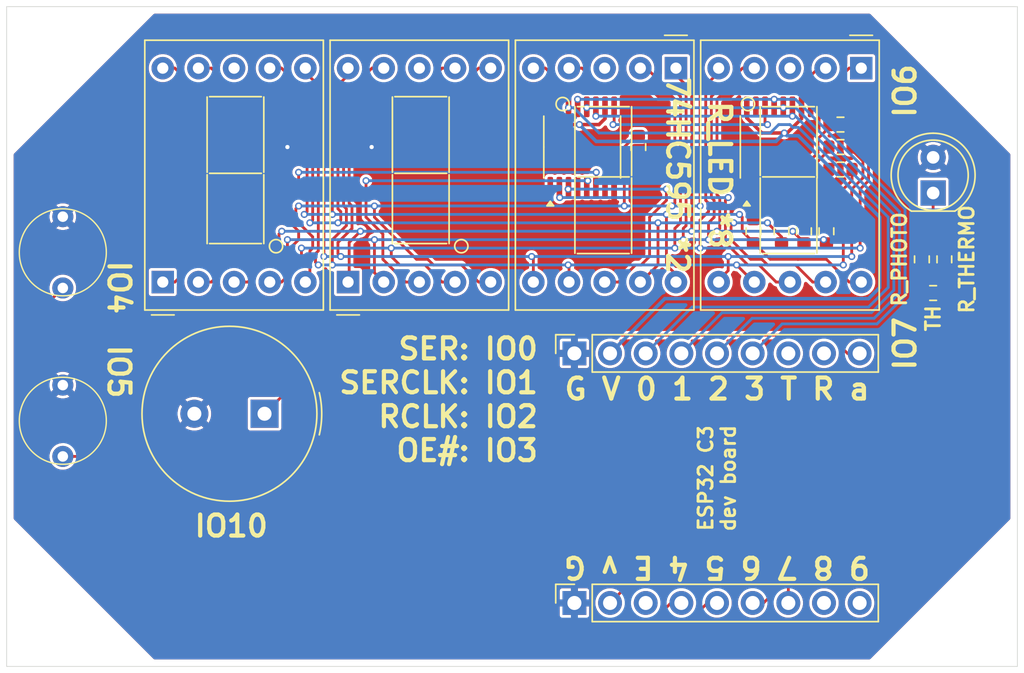
<source format=kicad_pcb>
(kicad_pcb (version 20241229) (generator "pcbnew") (generator_version "9.0")
  (layers (0 "F.Cu" signal) (2 "B.Cu" signal) (13 "F.Paste" user) (15 "B.Paste" user) (5 "F.SilkS" user "F.Silkscreen") (7 "B.SilkS" user "B.Silkscreen") (1 "F.Mask" user) (3 "B.Mask" user) (25 "Edge.Cuts" user))
  (net 0 "")
  (net 1 "IO10")
  (net 2 "GND")
  (net 3 "TXD")
  (net 4 "IO0")
  (net 5 "IO1")
  (net 6 "RXD")
  (net 7 "IO2")
  (net 8 "VBUS")
  (net 9 "IO3")
  (net 10 "+3.3V")
  (net 11 "BTN2")
  (net 12 "IO6")
  (net 13 "BTN1")
  (net 14 "IO7")
  (net 15 "SEG1")
  (net 16 "/_SEG1")
  (net 17 "SEG2")
  (net 18 "/_SEG2")
  (net 19 "SEG3")
  (net 20 "/_SEG3")
  (net 21 "/_SEG4")
  (net 22 "SEG4")
  (net 23 "SEG5")
  (net 24 "/_SEG5")
  (net 25 "/_SEG6")
  (net 26 "SEG6")
  (net 27 "/_SEG7")
  (net 28 "SEG7")
  (net 29 "SEG8")
  (net 30 "/_SEG8")
  (net 31 "SEGC1")
  (net 34 "chain")
  (net 37 "SEGC4")
  (net 39 "SEGC3")
  (net 40 "SEGC2")
  (footprint "Resistor_SMD:R_0603_1608Metric" (layer "F.Cu") (at 130 108.4)
    (property "Reference" "TH1" (hide yes))
    (property "Value" "Thermistor" (hide yes))
  )
  (footprint "Buzzer_Beeper:Buzzer_TDK_PS1240P02BT_D12.2mm_H6.5mm" (layer "F.Cu") (at 82.370785 117 180)
    (property "Reference" "BZ1" (hide yes))
    (property "Value" "Buzzer" (hide yes))
  )
  (footprint "Resistor_SMD:R_0603_1608Metric" (layer "F.Cu") (at 120.8 104 -90)
    (property "Reference" "R5" (hide yes))
    (property "Value" "1k" (hide yes))
  )
  (footprint "MountingHole:MountingHole_3.2mm_M3" (layer "F.Cu") (at 67 91)
    (property "Reference" "H1" (hide yes))
    (property "Value" "MountingHole" (hide yes))
  )
  (footprint "Display_7Segment:D1X8K" (layer "F.Cu") (at 111.68 92.38 -90)
    (property "Reference" "U5" (hide yes))
    (property "Value" "D168K" (hide yes))
  )
  (footprint "Package_SO:TSSOP-16_4.4x5mm_P0.65mm" (layer "F.Cu") (at 105 98 90)
    (property "Reference" "U3" (hide yes))
    (property "Value" "74HC595" (hide yes))
  )
  (footprint "Display_7Segment:D1X8K" (layer "F.Cu") (at 88.32 107.62 90)
    (property "Reference" "U4" (hide yes))
    (property "Value" "D168K" (hide yes))
  )
  (footprint "Display_7Segment:D1X8K" (layer "F.Cu") (at 75.12 107.62 90)
    (property "Reference" "U1" (hide yes))
    (property "Value" "D168K" (hide yes))
  )
  (footprint "MountingHole:MountingHole_3.2mm_M3" (layer "F.Cu") (at 133 132)
    (property "Reference" "H4" (hide yes))
    (property "Value" "MountingHole" (hide yes))
  )
  (footprint "Resistor_SMD:R_0603_1608Metric" (layer "F.Cu") (at 122.4 104 -90)
    (property "Reference" "R4" (hide yes))
    (property "Value" "1k" (hide yes))
  )
  (footprint "Connector_PinSocket_2.54mm:PinSocket_1x09_P2.54mm_Vertical" (layer "F.Cu") (at 104.445 112.7 90)
    (property "Reference" "J2" (hide yes))
    (property "Value" "IN2" (hide yes))
  )
  (footprint "Connector_PinSocket_2.54mm:PinSocket_1x09_P2.54mm_Vertical" (layer "F.Cu") (at 104.445 130.48 90)
    (property "Reference" "J1" (hide yes))
    (property "Value" "IN1" (hide yes))
  )
  (footprint "Resistor_SMD:R_0603_1608Metric" (layer "F.Cu") (at 130.8 106 -90)
    (property "Reference" "R10" (hide yes))
    (property "Value" "R_THERMO" (hide yes))
  )
  (footprint "Resistor_SMD:R_0603_1608Metric" (layer "F.Cu") (at 109 98 -90)
    (property "Reference" "R8" (hide yes))
    (property "Value" "1k" (hide yes))
  )
  (footprint "Resistor_SMD:R_0603_1608Metric" (layer "F.Cu") (at 117.2 104 -90)
    (property "Reference" "R7" (hide yes))
    (property "Value" "1k" (hide yes))
  )
  (footprint "Resistor_SMD:R_0603_1608Metric" (layer "F.Cu") (at 119.2 104 -90)
    (property "Reference" "R6" (hide yes))
    (property "Value" "1k" (hide yes))
  )
  (footprint "Library:alps-skrg" (layer "F.Cu") (at 68 105.5 90)
    (property "Reference" "SW1" (hide yes))
    (property "Value" "SW_Push" (hide yes))
  )
  (footprint "MountingHole:MountingHole_3.2mm_M3" (layer "F.Cu") (at 67 132)
    (property "Reference" "H3" (hide yes))
    (property "Value" "MountingHole" (hide yes))
  )
  (footprint "Display_7Segment:D1X8K" (layer "F.Cu") (at 124.88 92.38 -90)
    (property "Reference" "U6" (hide yes))
    (property "Value" "D168K" (hide yes))
  )
  (footprint "Resistor_SMD:R_0603_1608Metric" (layer "F.Cu") (at 123.4 99.6)
    (property "Reference" "R1" (hide yes))
    (property "Value" "1k" (hide yes))
  )
  (footprint "Library:alps-skrg" (layer "F.Cu") (at 68 117.5 90)
    (property "Reference" "SW2" (hide yes))
    (property "Value" "SW_Push" (hide yes))
  )
  (footprint "MountingHole:MountingHole_3.2mm_M3" (layer "F.Cu") (at 133 91)
    (property "Reference" "H2" (hide yes))
    (property "Value" "MountingHole" (hide yes))
  )
  (footprint "Resistor_SMD:R_0603_1608Metric" (layer "F.Cu") (at 123.4 98)
    (property "Reference" "R2" (hide yes))
    (property "Value" "1k" (hide yes))
  )
  (footprint "LED_THT:LED_D5.0mm_Clear" (layer "F.Cu") (at 130 101.275 90)
    (property "Reference" "Q1" (hide yes))
    (property "Value" "BPW40" (hide yes))
  )
  (footprint "Resistor_SMD:R_0603_1608Metric" (layer "F.Cu") (at 123.4 96.4)
    (property "Reference" "R3" (hide yes))
    (property "Value" "1k" (hide yes))
  )
  (footprint "Resistor_SMD:R_0603_1608Metric" (layer "F.Cu") (at 129.2 106 -90)
    (property "Reference" "R9" (hide yes))
    (property "Value" "R_PT" (hide yes))
  )
  (footprint "Package_SO:TSSOP-16_4.4x5mm_P0.65mm" (layer "F.Cu") (at 119 98 90)
    (property "Reference" "U2" (hide yes))
    (property "Value" "74HC595" (hide yes))
  )
  (footprint "Library:PCB.MCBEERINGI.DEV" (layer "B.Cu") (at 91 122 180)
    (property "Reference" "")
    (property "Value" "")
  )
  (footprint "LOGO" (layer "B.Cu") (at 74.5 122 180)
    (property "Reference" "G***" (hide yes))
    (property "Value" "LOGO" (hide yes))
  )
  (gr_line (start 64 135) (end 64 88) (stroke (width 0.05)) (layer "Edge.Cuts"))
  (gr_line (start 64 88) (end 136 88) (stroke (width 0.05)) (layer "Edge.Cuts"))
  (gr_line (start 136 88) (end 136 135) (stroke (width 0.05)) (layer "Edge.Cuts"))
  (gr_line (start 136 135) (end 64 135) (stroke (width 0.05)) (layer "Edge.Cuts"))
  (gr_text "IO6" (at 128 94 90) (layer "F.SilkS") (effects (font (size 1.5 1.5) (thickness 0.3) (bold yes))))
  (gr_text "IO7" (at 128 112 90) (layer "F.SilkS") (effects (font (size 1.5 1.5) (thickness 0.3) (bold yes))))
  (gr_text "R_LED *8" (at 114.8 100 270) (layer "F.SilkS") (effects (font (size 1.5 1.5) (thickness 0.3) (bold yes))))
  (gr_text "SER: IO0\nSERCLK: IO1\nRCLK: IO2\nOE#: IO3" (at 102 116 0) (layer "F.SilkS") (effects (font (size 1.5 1.5) (thickness 0.3) (bold yes)) (justify right)))
  (gr_text "R_THERMO" (at 132.4 106 90) (layer "F.SilkS") (effects (font (size 1 1) (thickness 0.2) (bold yes))))
  (gr_text "IO4" (at 72 108 270) (layer "F.SilkS") (effects (font (size 1.5 1.5) (thickness 0.3) (bold yes))))
  (gr_text "TH" (at 130 110.2 90) (layer "F.SilkS") (effects (font (size 1 1) (thickness 0.2) (bold yes))))
  (gr_text "R_PHOTO" (at 127.6 106 90) (layer "F.SilkS") (effects (font (size 1 1) (thickness 0.2) (bold yes))))
  (gr_text "G V 0 1 2 3 T R a" (at 114.605 115.24 0) (layer "F.SilkS") (effects (font (size 1.5 1.5) (thickness 0.3) (bold yes))))
  (gr_text "9 8 7 6 5 4 E v G" (at 114.605 127.94 180) (layer "F.SilkS") (effects (font (size 1.5 1.5) (thickness 0.3) (bold yes))))
  (gr_text "ESP32 C3\ndev board" (at 114.605 121.59 90) (layer "F.SilkS") (effects (font (size 1 1) (thickness 0.2) (bold yes))))
  (gr_text "IO10" (at 80 125 0) (layer "F.SilkS") (effects (font (size 1.5 1.5) (thickness 0.3) (bold yes))))
  (gr_text "IO5" (at 72 114 270) (layer "F.SilkS") (effects (font (size 1.5 1.5) (thickness 0.3) (bold yes))))
  (gr_text "74HC595 *2" (at 111.8 100 270) (layer "F.SilkS") (effects (font (size 1.5 1.5) (thickness 0.3) (bold yes))))
  (segment (start 123.9 112.7) (end 124.765 112.7) (width 0.2) (layer "F.Cu") (net 1))
  (segment (start 122.6 111.4) (end 123.9 112.7) (width 0.2) (layer "F.Cu") (net 1))
  (segment (start 82.370785 117) (end 87.970785 111.4) (width 0.2) (layer "F.Cu") (net 1))
  (segment (start 87.970785 111.4) (end 122.6 111.4) (width 0.2) (layer "F.Cu") (net 1))
  (via (at 90 98) (size 0.5) (drill 0.3) (layers "F.Cu" "B.Cu") (net 2))
  (via (at 84 98) (size 0.5) (drill 0.3) (layers "F.Cu" "B.Cu") (net 2))
  (via (at 104.025 95.2) (size 0.5) (drill 0.3) (layers "F.Cu" "B.Cu") (net 4))
  (segment (start 120.4 96.6) (end 120 96.6) (width 0.2) (layer "B.Cu") (net 4))
  (segment (start 119 96.4) (end 118.4 97) (width 0.2) (layer "B.Cu") (net 4))
  (segment (start 126.8 103) (end 120.4 96.6) (width 0.2) (layer "B.Cu") (net 4))
  (segment (start 119.8 96.4) (end 119 96.4) (width 0.2) (layer "B.Cu") (net 4))
  (segment (start 125.576454 109.226) (end 126.626 108.176455) (width 0.2) (layer "B.Cu") (net 4))
  (segment (start 106.2 97) (end 104.4 95.2) (width 0.2) (layer "B.Cu") (net 4))
  (segment (start 104.4 95.2) (end 104.025 95.2) (width 0.2) (layer "B.Cu") (net 4))
  (segment (start 126.626 108.174) (end 126.8 108) (width 0.2) (layer "B.Cu") (net 4))
  (segment (start 125.4 109.4) (end 125.574 109.226) (width 0.2) (layer "B.Cu") (net 4))
  (segment (start 126.626 108.176455) (end 126.626 108.174) (width 0.2) (layer "B.Cu") (net 4))
  (segment (start 118.4 97) (end 106.2 97) (width 0.2) (layer "B.Cu") (net 4))
  (segment (start 109.525 112.7) (end 112.825 109.4) (width 0.2) (layer "B.Cu") (net 4))
  (segment (start 120 96.6) (end 119.8 96.4) (width 0.2) (layer "B.Cu") (net 4))
  (segment (start 126.8 108) (end 126.8 103) (width 0.2) (layer "B.Cu") (net 4))
  (segment (start 125.574 109.226) (end 125.576454 109.226) (width 0.2) (layer "B.Cu") (net 4))
  (segment (start 112.825 109.4) (end 125.4 109.4) (width 0.2) (layer "B.Cu") (net 4))
  (via (at 119.975 95.8) (size 0.5) (drill 0.3) (layers "F.Cu" "B.Cu") (net 5))
  (via (at 105.975 95.8) (size 0.5) (drill 0.3) (layers "F.Cu" "B.Cu") (net 5))
  (segment (start 120.2 95.8) (end 119.975 95.8) (width 0.2) (layer "B.Cu") (net 5))
  (segment (start 105.975 95.8) (end 119.975 95.8) (width 0.2) (layer "B.Cu") (net 5))
  (segment (start 127.2 108.2) (end 127.2 102.8) (width 0.2) (layer "B.Cu") (net 5))
  (segment (start 127.2 102.8) (end 120.2 95.8) (width 0.2) (layer "B.Cu") (net 5))
  (segment (start 125.6 109.8) (end 127.2 108.2) (width 0.2) (layer "B.Cu") (net 5))
  (segment (start 112.065 112.7) (end 114.965 109.8) (width 0.2) (layer "B.Cu") (net 5))
  (segment (start 114.965 109.8) (end 125.6 109.8) (width 0.2) (layer "B.Cu") (net 5))
  (segment (start 119.325 95.2) (end 119.325 95.1375) (width 0.2) (layer "F.Cu") (net 7))
  (via (at 105.325 95.2) (size 0.5) (drill 0.3) (layers "F.Cu" "B.Cu") (net 7))
  (via (at 119.325 95.2) (size 0.5) (drill 0.3) (layers "F.Cu" "B.Cu") (net 7))
  (segment (start 105.325 95.2) (end 119.325 95.2) (width 0.2) (layer "B.Cu") (net 7))
  (segment (start 125.8 110.2) (end 127.6 108.4) (width 0.2) (layer "B.Cu") (net 7))
  (segment (start 127.6 108.4) (end 127.6 102.6) (width 0.2) (layer "B.Cu") (net 7))
  (segment (start 114.605 112.7) (end 117.105 110.2) (width 0.2) (layer "B.Cu") (net 7))
  (segment (start 127.6 102.6) (end 120.2 95.2) (width 0.2) (layer "B.Cu") (net 7))
  (segment (start 117.105 110.2) (end 125.8 110.2) (width 0.2) (layer "B.Cu") (net 7))
  (segment (start 120.2 95.2) (end 119.325 95.2) (width 0.2) (layer "B.Cu") (net 7))
  (segment (start 120.625 95.975) (end 120.625 95.1375) (width 0.25) (layer "F.Cu") (net 8))
  (segment (start 104.8 96.4) (end 103.2 96.4) (width 0.25) (layer "F.Cu") (net 8))
  (segment (start 103.2 96.4) (end 102.725 95.925) (width 0.25) (layer "F.Cu") (net 8))
  (segment (start 117.8 97) (end 116.725 95.925) (width 0.25) (layer "F.Cu") (net 8))
  (segment (start 119.4 97) (end 117.8 97) (width 0.25) (layer "F.Cu") (net 8))
  (segment (start 106.625 95.975) (end 106.2 96.4) (width 0.25) (layer "F.Cu") (net 8))
  (segment (start 116.725 95.925) (end 116.725 95.1375) (width 0.25) (layer "F.Cu") (net 8))
  (segment (start 102.725 95.925) (end 102.725 95.1375) (width 0.25) (layer "F.Cu") (net 8))
  (segment (start 119.4 97) (end 119.6 97) (width 0.25) (layer "F.Cu") (net 8))
  (segment (start 119.6 97) (end 120.625 95.975) (width 0.25) (layer "F.Cu") (net 8))
  (segment (start 106.625 95.1375) (end 106.625 95.975) (width 0.25) (layer "F.Cu") (net 8))
  (segment (start 106.2 96.4) (end 104.8 96.4) (width 0.25) (layer "F.Cu") (net 8))
  (via (at 104.8 96.4) (size 0.5) (drill 0.3) (layers "F.Cu" "B.Cu") (net 8))
  (via (at 119.4 97) (size 0.5) (drill 0.3) (layers "F.Cu" "B.Cu") (net 8))
  (segment (start 106 97.6) (end 118.8 97.6) (width 0.25) (layer "B.Cu") (net 8))
  (segment (start 126.2 103.002454) (end 120.397546 97.2) (width 0.25) (layer "B.Cu") (net 8))
  (segment (start 126.2 108) (end 126.2 103.002454) (width 0.25) (layer "B.Cu") (net 8))
  (segment (start 110.885 108.8) (end 125.4 108.8) (width 0.25) (layer "B.Cu") (net 8))
  (segment (start 118.8 97.6) (end 119.4 97) (width 0.25) (layer "B.Cu") (net 8))
  (segment (start 120.397546 97.2) (end 119.6 97.2) (width 0.25) (layer "B.Cu") (net 8))
  (segment (start 119.6 97.2) (end 119.4 97) (width 0.25) (layer "B.Cu") (net 8))
  (segment (start 125.4 108.8) (end 126.2 108) (width 0.25) (layer "B.Cu") (net 8))
  (segment (start 106.985 112.7) (end 110.885 108.8) (width 0.25) (layer "B.Cu") (net 8))
  (segment (start 104.8 96.4) (end 106 97.6) (width 0.25) (layer "B.Cu") (net 8))
  (via (at 118.675 94.6) (size 0.5) (drill 0.3) (layers "F.Cu" "B.Cu") (net 9))
  (via (at 104.675 94.6) (size 0.5) (drill 0.3) (layers "F.Cu" "B.Cu") (net 9))
  (segment (start 119.245 110.6) (end 126 110.6) (width 0.2) (layer "B.Cu") (net 9))
  (segment (start 126 110.6) (end 128 108.6) (width 0.2) (layer "B.Cu") (net 9))
  (segment (start 120.2 94.6) (end 118.675 94.6) (width 0.2) (layer "B.Cu") (net 9))
  (segment (start 117.145 112.7) (end 119.245 110.6) (width 0.2) (layer "B.Cu") (net 9))
  (segment (start 128 102.4) (end 120.2 94.6) (width 0.2) (layer "B.Cu") (net 9))
  (segment (start 128 108.6) (end 128 102.4) (width 0.2) (layer "B.Cu") (net 9))
  (segment (start 104.675 94.6) (end 118.675 94.6) (width 0.2) (layer "B.Cu") (net 9))
  (segment (start 129.6 108.8) (end 129.2 108.4) (width 0.2) (layer "F.Cu") (net 10))
  (segment (start 129.225 106.825) (end 129.6 107.2) (width 0.2) (layer "F.Cu") (net 10))
  (segment (start 129.6 107.2) (end 129.6 108) (width 0.2) (layer "F.Cu") (net 10))
  (segment (start 129.175 108.4) (end 129.2 108.4) (width 0.2) (layer "F.Cu") (net 10))
  (segment (start 129.2 106.825) (end 129.225 106.825) (width 0.2) (layer "F.Cu") (net 10))
  (segment (start 106.985 130.48) (end 108.265 129.2) (width 0.2) (layer "F.Cu") (net 10))
  (segment (start 129.6 118.2) (end 129.6 108.8) (width 0.2) (layer "F.Cu") (net 10))
  (segment (start 118.6 129.2) (end 129.6 118.2) (width 0.2) (layer "F.Cu") (net 10))
  (segment (start 108.265 129.2) (end 118.6 129.2) (width 0.2) (layer "F.Cu") (net 10))
  (segment (start 129.6 108) (end 129.2 108.4) (width 0.2) (layer "F.Cu") (net 10))
  (segment (start 81.2 132.2) (end 69.04 120.04) (width 0.2) (layer "F.Cu") (net 11))
  (segment (start 69.04 120.04) (end 68 120.04) (width 0.2) (layer "F.Cu") (net 11))
  (segment (start 110.2 132.2) (end 81.2 132.2) (width 0.2) (layer "F.Cu") (net 11))
  (segment (start 114.605 130.48) (end 113.92 130.48) (width 0.2) (layer "F.Cu") (net 11))
  (segment (start 113.92 130.48) (end 112.6 131.8) (width 0.2) (layer "F.Cu") (net 11))
  (segment (start 112.6 131.8) (end 110.6 131.8) (width 0.2) (layer "F.Cu") (net 11))
  (segment (start 110.6 131.8) (end 110.2 132.2) (width 0.2) (layer "F.Cu") (net 11))
  (segment (start 130 106) (end 129.2 105.2) (width 0.2) (layer "F.Cu") (net 12))
  (segment (start 130 104.4) (end 130 101.275) (width 0.2) (layer "F.Cu") (net 12))
  (segment (start 130 118.4) (end 130 106) (width 0.2) (layer "F.Cu") (net 12))
  (segment (start 129.2 105.175) (end 129.225 105.175) (width 0.2) (layer "F.Cu") (net 12))
  (segment (start 117.92 130.48) (end 130 118.4) (width 0.2) (layer "F.Cu") (net 12))
  (segment (start 129.225 105.175) (end 130 104.4) (width 0.2) (layer "F.Cu") (net 12))
  (segment (start 129.2 105.2) (end 129.2 105.175) (width 0.2) (layer "F.Cu") (net 12))
  (segment (start 117.145 130.48) (end 117.92 130.48) (width 0.2) (layer "F.Cu") (net 12))
  (segment (start 66.8 109.24) (end 68 108.04) (width 0.2) (layer "F.Cu") (net 13))
  (segment (start 66.8 117.2) (end 66.8 109.24) (width 0.2) (layer "F.Cu") (net 13))
  (segment (start 112.065 130.48) (end 111.32 130.48) (width 0.2) (layer "F.Cu") (net 13))
  (segment (start 81.4 131.8) (end 66.8 117.2) (width 0.2) (layer "F.Cu") (net 13))
  (segment (start 110 131.8) (end 81.4 131.8) (width 0.2) (layer "F.Cu") (net 13))
  (segment (start 111.32 130.48) (end 110 131.8) (width 0.2) (layer "F.Cu") (net 13))
  (segment (start 119.685 129.315) (end 119.685 130.48) (width 0.2) (layer "F.Cu") (net 14))
  (segment (start 130.775 106.825) (end 130.4 107.2) (width 0.2) (layer "F.Cu") (net 14))
  (segment (start 130.8 108.4) (end 130.825 108.4) (width 0.2) (layer "F.Cu") (net 14))
  (segment (start 130.8 108.4) (end 130.4 108.8) (width 0.2) (layer "F.Cu") (net 14))
  (segment (start 130.4 118.6) (end 119.685 129.315) (width 0.2) (layer "F.Cu") (net 14))
  (segment (start 130.8 106.825) (end 130.775 106.825) (width 0.2) (layer "F.Cu") (net 14))
  (segment (start 130.4 108.8) (end 130.4 118.6) (width 0.2) (layer "F.Cu") (net 14))
  (segment (start 130.4 107.2) (end 130.4 108) (width 0.2) (layer "F.Cu") (net 14))
  (segment (start 130.4 108) (end 130.8 108.4) (width 0.2) (layer "F.Cu") (net 14))
  (segment (start 86.0005 105.599) (end 86.0005 106.199) (width 0.2) (layer "F.Cu") (net 15))
  (segment (start 83.5805 92.379) (end 84.8005 93.599) (width 0.2) (layer "F.Cu") (net 15))
  (segment (start 104.0605 106.459) (end 104.0605 107.619) (width 0.2) (layer "F.Cu") (net 15))
  (segment (start 86.2005 105.399) (end 86.0005 105.599) (width 0.2) (layer "F.Cu") (net 15))
  (segment (start 89 94) (end 89.4 93.6) (width 0.2) (layer "F.Cu") (net 15))
  (segment (start 89.4 93.6) (end 93.8 93.6) (width 0.2) (layer "F.Cu") (net 15))
  (segment (start 82.7405 92.379) (end 83.5805 92.379) (width 0.2) (layer "F.Cu") (net 15))
  (segment (start 88.0005 94.399) (end 88.3995 94) (width 0.2) (layer "F.Cu") (net 15))
  (segment (start 123.6 101) (end 123.6 106.4) (width 0.2) (layer "F.Cu") (net 15))
  (segment (start 88.3995 94) (end 89 94) (width 0.2) (layer "F.Cu") (net 15))
  (segment (start 124.225 100.375) (end 123.6 101) (width 0.2) (layer "F.Cu") (net 15))
  (segment (start 93.8 93.6) (end 95.02 92.38) (width 0.2) (layer "F.Cu") (net 15))
  (segment (start 88.2005 103.599) (end 88.2005 102.399) (width 0.2) (layer "F.Cu") (net 15))
  (segment (start 88.2005 102.399) (end 88.0005 102.199) (width 0.2) (layer "F.Cu") (net 15))
  (segment (start 95.02 92.38) (end 95.94 92.38) (width 0.2) (layer "F.Cu") (net 15))
  (segment (start 87.2005 104.599) (end 88.2005 103.599) (width 0.2) (layer "F.Cu") (net 15))
  (segment (start 85.6005 93.599) (end 86.2005 94.199) (width 0.2) (layer "F.Cu") (net 15))
  (segment (start 86.2005 94.199) (end 86.2005 105.399) (width 0.2) (layer "F.Cu") (net 15))
  (segment (start 117.219 107.619) (end 117.2605 107.619) (width 0.2) (layer "F.Cu") (net 15))
  (segment (start 104.0005 106.399) (end 104.0605 106.459) (width 0.2) (layer "F.Cu") (net 15))
  (segment (start 86.0005 106.199) (end 86.2005 106.399) (width 0.2) (layer "F.Cu") (net 15))
  (segment (start 87.2005 106.399) (end 87.2005 104.599) (width 0.2) (layer "F.Cu") (net 15))
  (segment (start 124.225 99.6) (end 124.225 100.375) (width 0.2) (layer "F.Cu") (net 15))
  (segment (start 116 106.4) (end 117.219 107.619) (width 0.2) (layer "F.Cu") (net 15))
  (segment (start 84.8005 93.599) (end 85.6005 93.599) (width 0.2) (layer "F.Cu") (net 15))
  (segment (start 88.0005 102.199) (end 88.0005 94.399) (width 0.2) (layer "F.Cu") (net 15))
  (via (at 87.2005 106.399) (size 0.5) (drill 0.3) (layers "F.Cu" "B.Cu") (net 15))
  (via (at 86.2005 106.399) (size 0.5) (drill 0.3) (layers "F.Cu" "B.Cu") (net 15))
  (via (at 104.0005 106.399) (size 0.5) (drill 0.3) (layers "F.Cu" "B.Cu") (net 15))
  (via (at 116 106.4) (size 0.5) (drill 0.3) (layers "F.Cu" "B.Cu") (net 15))
  (via (at 123.6 106.4) (size 0.5) (drill 0.3) (layers "F.Cu" "B.Cu") (net 15))
  (segment (start 87.2005 106.399) (end 104.0005 106.399) (width 0.2) (layer "B.Cu") (net 15))
  (segment (start 115.999 106.399) (end 104.0005 106.399) (width 0.2) (layer "B.Cu") (net 15))
  (segment (start 116 106.4) (end 116.001 106.399) (width 0.2) (layer "B.Cu") (net 15))
  (segment (start 116.001 106.399) (end 123.599 106.399) (width 0.2) (layer "B.Cu") (net 15))
  (segment (start 116 106.4) (end 115.999 106.399) (width 0.2) (layer "B.Cu") (net 15))
  (segment (start 123.599 106.399) (end 123.6 106.4) (width 0.2) (layer "B.Cu") (net 15))
  (segment (start 86.2005 106.399) (end 87.2005 106.399) (width 0.2) (layer "B.Cu") (net 15))
  (segment (start 122.375 99.8) (end 122.575 99.6) (width 0.2) (layer "F.Cu") (net 16))
  (segment (start 120.625 100.8625) (end 120.625 99.975) (width 0.2) (layer "F.Cu") (net 16))
  (segment (start 120.8 99.8) (end 122.375 99.8) (width 0.2) (layer "F.Cu") (net 16))
  (segment (start 120.625 99.975) (end 120.8 99.8) (width 0.2) (layer "F.Cu") (net 16))
  (segment (start 94.4 93.6) (end 96.4 93.6) (width 0.2) (layer "F.Cu") (net 17))
  (segment (start 88.6 103.8) (end 88.6 102.2) (width 0.2) (layer "F.Cu") (net 17))
  (segment (start 124.225 98) (end 124.225 98.225) (width 0.2) (layer "F.Cu") (net 17))
  (segment (start 89.6 94) (end 94 94) (width 0.2) (layer "F.Cu") (net 17))
  (segment (start 97.62 92.38) (end 98.48 92.38) (width 0.2) (layer "F.Cu") (net 17))
  (segment (start 88.5995 94.4) (end 89.2 94.4) (width 0.2) (layer "F.Cu") (net 17))
  (segment (start 89.2 94.4) (end 89.6 94) (width 0.2) (layer "F.Cu") (net 17))
  (segment (start 88.4005 94.599) (end 88.5995 94.4) (width 0.2) (layer "F.Cu") (net 17))
  (segment (start 101.4005 105.799) (end 101.5205 105.919) (width 0.2) (layer "F.Cu") (net 17))
  (segment (start 114.72 107.48) (end 114.72 107.6185) (width 0.2) (layer "F.Cu") (net 17))
  (segment (start 88.4005 102.0005) (end 88.4005 94.599) (width 0.2) (layer "F.Cu") (net 17))
  (segment (start 86.6005 105.799) (end 86.6005 93.999) (width 0.2) (layer "F.Cu") (net 17))
  (segment (start 125 99) (end 125 100.2) (width 0.2) (layer "F.Cu") (net 17))
  (segment (start 124.2 101) (end 124.2 105.8) (width 0.2) (layer "F.Cu") (net 17))
  (segment (start 96.4 93.6) (end 97.62 92.38) (width 0.2) (layer "F.Cu") (net 17))
  (segment (start 86.6005 93.999) (end 85.2805 92.679) (width 0.2) (layer "F.Cu") (net 17))
  (segment (start 87.8 105.8) (end 87.8 105.7985) (width 0.2) (layer "F.Cu") (net 17))
  (segment (start 115.4 106.8) (end 114.72 107.48) (width 0.2) (layer "F.Cu") (net 17))
  (segment (start 124.225 98.225) (end 125 99) (width 0.2) (layer "F.Cu") (net 17))
  (segment (start 115.4 105.8) (end 115.4 106.8) (width 0.2) (layer "F.Cu") (net 17))
  (segment (start 125 100.2) (end 124.2 101) (width 0.2) (layer "F.Cu") (net 17))
  (segment (start 94 94) (end 94.4 93.6) (width 0.2) (layer "F.Cu") (net 17))
  (segment (start 85.2805 92.679) (end 85.2805 92.379) (width 0.2) (layer "F.Cu") (net 17))
  (segment (start 114.72 107.6185) (end 114.7205 107.619) (width 0.2) (layer "F.Cu") (net 17))
  (segment (start 87.6 105.5985) (end 87.6 104.8) (width 0.2) (layer "F.Cu") (net 17))
  (segment (start 87.6 104.8) (end 88.6 103.8) (width 0.2) (layer "F.Cu") (net 17))
  (segment (start 87.8 105.7985) (end 87.6 105.5985) (width 0.2) (layer "F.Cu") (net 17))
  (segment (start 88.6 102.2) (end 88.4005 102.0005) (width 0.2) (layer "F.Cu") (net 17))
  (segment (start 101.5205 105.919) (end 101.5205 107.619) (width 0.2) (layer "F.Cu") (net 17))
  (via (at 124.2 105.8) (size 0.5) (drill 0.3) (layers "F.Cu" "B.Cu") (net 17))
  (via (at 87.8 105.8) (size 0.5) (drill 0.3) (layers "F.Cu" "B.Cu") (net 17))
  (via (at 115.4 105.8) (size 0.5) (drill 0.3) (layers "F.Cu" "B.Cu") (net 17))
  (via (at 86.6005 105.799) (size 0.5) (drill 0.3) (layers "F.Cu" "B.Cu") (net 17))
  (via (at 101.4005 105.799) (size 0.5) (drill 0.3) (layers "F.Cu" "B.Cu") (net 17))
  (segment (start 86.6005 105.799) (end 87.799 105.799) (width 0.2) (layer "B.Cu") (net 17))
  (segment (start 87.799 105.799) (end 87.8 105.8) (width 0.2) (layer "B.Cu") (net 17))
  (segment (start 114.599 105.799) (end 101.4005 105.799) (width 0.2) (layer "B.Cu") (net 17))
  (segment (start 87.801 105.799) (end 101.4005 105.799) (width 0.2) (layer "B.Cu") (net 17))
  (segment (start 114.602 105.8) (end 114.601 105.799) (width 0.2) (layer "B.Cu") (net 17))
  (segment (start 87.8 105.8) (end 87.801 105.799) (width 0.2) (layer "B.Cu") (net 17))
  (segment (start 115.4 105.8) (end 114.602 105.8) (width 0.2) (layer "B.Cu") (net 17))
  (segment (start 115.4 105.8) (end 114.6 105.8) (width 0.2) (layer "B.Cu") (net 17))
  (segment (start 114.6 105.8) (end 114.599 105.799) (width 0.2) (layer "B.Cu") (net 17))
  (segment (start 124.2 105.8) (end 115.4 105.8) (width 0.2) (layer "B.Cu") (net 17))
  (segment (start 119.975 100.025) (end 119.975 100.8625) (width 0.2) (layer "F.Cu") (net 18))
  (segment (start 122.575 98) (end 122.575 98.225) (width 0.2) (layer "F.Cu") (net 18))
  (segment (start 121.4 99.4) (end 120.6 99.4) (width 0.2) (layer "F.Cu") (net 18))
  (segment (start 122.575 98.225) (end 121.4 99.4) (width 0.2) (layer "F.Cu") (net 18))
  (segment (start 120.6 99.4) (end 119.975 100.025) (width 0.2) (layer "F.Cu") (net 18))
  (segment (start 122.575 98.2) (end 122.575 98) (width 0.2) (layer "F.Cu") (net 18))
  (segment (start 106.2005 93.599) (end 104.9805 92.379) (width 0.2) (layer "F.Cu") (net 19))
  (segment (start 125 97.4) (end 125 98.4) (width 0.2) (layer "F.Cu") (net 19))
  (segment (start 112.0005 103.399) (end 112.0005 94.399) (width 0.2) (layer "F.Cu") (net 19))
  (segment (start 112.0005 94.399) (end 111.6005 93.999) (width 0.2) (layer "F.Cu") (net 19))
  (segment (start 113.4005 103.2005) (end 113.4005 105.199) (width 0.2) (layer "F.Cu") (net 19))
  (segment (start 114.0005 101.999) (end 114.0005 102.6) (width 0.2) (layer "F.Cu") (net 19))
  (segment (start 125 98.4) (end 125.4 98.8) (width 0.2) (layer "F.Cu") (net 19))
  (segment (start 111.6005 103.799) (end 112.0005 103.399) (width 0.2) (layer "F.Cu") (net 19))
  (segment (start 124.8 101) (end 124.8 105.2) (width 0.2) (layer "F.Cu") (net 19))
  (segment (start 93.8005 106.399) (end 95.0205 107.619) (width 0.2) (layer "F.Cu") (net 19))
  (segment (start 91.4 105.199) (end 91.4 105.7985) (width 0.2) (layer "F.Cu") (net 19))
  (segment (start 110.6005 93.999) (end 110.2005 93.599) (width 0.2) (layer "F.Cu") (net 19))
  (segment (start 124.225 96.4) (end 124.225 96.625) (width 0.2) (layer "F.Cu") (net 19))
  (segment (start 125.4 100.4) (end 124.8 101) (width 0.2) (layer "F.Cu") (net 19))
  (segment (start 104.9805 92.379) (end 104.0605 92.379) (width 0.2) (layer "F.Cu") (net 19))
  (segment (start 113.8005 94.199) (end 113.8005 101.799) (width 0.2) (layer "F.Cu") (net 19))
  (segment (start 125.4 98.8) (end 125.4 100.4) (width 0.2) (layer "F.Cu") (net 19))
  (segment (start 110.2005 93.599) (end 106.2005 93.599) (width 0.2) (layer "F.Cu") (net 19))
  (segment (start 113.8005 101.799) (end 114.0005 101.999) (width 0.2) (layer "F.Cu") (net 19))
  (segment (start 111.6005 105.199) (end 111.6005 103.799) (width 0.2) (layer "F.Cu") (net 19))
  (segment (start 92.0005 106.399) (end 93.8005 106.399) (width 0.2) (layer "F.Cu") (net 19))
  (segment (start 114.0005 102.6) (end 114 102.6) (width 0.2) (layer "F.Cu") (net 19))
  (segment (start 114 102.6) (end 113.4 103.2) (width 0.2) (layer "F.Cu") (net 19))
  (segment (start 124.225 96.625) (end 125 97.4) (width 0.2) (layer "F.Cu") (net 19))
  (segment (start 115.2005 93.599) (end 114.4005 93.599) (width 0.2) (layer "F.Cu") (net 19))
  (segment (start 85.0005 106.199) (end 83.5805 107.619) (width 0.2) (layer "F.Cu") (net 19))
  (segment (start 117.2605 92.379) (end 116.4205 92.379) (width 0.2) (layer "F.Cu") (net 19))
  (segment (start 83.5805 107.619) (end 82.7405 107.619) (width 0.2) (layer "F.Cu") (net 19))
  (segment (start 114.4005 93.599) (end 113.8005 94.199) (width 0.2) (layer "F.Cu") (net 19))
  (segment (start 91.4 105.7985) (end 92.0005 106.399) (width 0.2) (layer "F.Cu") (net 19))
  (segment (start 116.4205 92.379) (end 115.2005 93.599) (width 0.2) (layer "F.Cu") (net 19))
  (segment (start 95.0205 107.619) (end 95.9405 107.619) (width 0.2) (layer "F.Cu") (net 19))
  (segment (start 111.6005 93.999) (end 110.6005 93.999) (width 0.2) (layer "F.Cu") (net 19))
  (segment (start 85.0005 105.199) (end 85.0005 106.199) (width 0.2) (layer "F.Cu") (net 19))
  (segment (start 113.4 103.2) (end 113.4005 103.2005) (width 0.2) (layer "F.Cu") (net 19))
  (via (at 85.0005 105.199) (size 0.5) (drill 0.3) (layers "F.Cu" "B.Cu") (net 19))
  (via (at 113.4005 105.199) (size 0.5) (drill 0.3) (layers "F.Cu" "B.Cu") (net 19))
  (via (at 124.8 105.2) (size 0.5) (drill 0.3) (layers "F.Cu" "B.Cu") (net 19))
  (via (at 91.4 105.199) (size 0.5) (drill 0.3) (layers "F.Cu" "B.Cu") (net 19))
  (via (at 111.6005 105.199) (size 0.5) (drill 0.3) (layers "F.Cu" "B.Cu") (net 19))
  (segment (start 111.6005 105.199) (end 91.4 105.199) (width 0.2) (layer "B.Cu") (net 19))
  (segment (start 113.4005 105.199) (end 111.6005 105.199) (width 0.2) (layer "B.Cu") (net 19))
  (segment (start 85.0005 105.199) (end 91.4 105.199) (width 0.2) (layer "B.Cu") (net 19))
  (segment (start 124.799 105.199) (end 124.8 105.2) (width 0.2) (layer "B.Cu") (net 19))
  (segment (start 113.4005 105.199) (end 124.799 105.199) (width 0.2) (layer "B.Cu") (net 19))
  (segment (start 120.401 98.999) (end 121.201 98.999) (width 0.2) (layer "F.Cu") (net 20))
  (segment (start 119.325 100.075) (end 120.401 98.999) (width 0.2) (layer "F.Cu") (net 20))
  (segment (start 122.575 96.625) (end 122.575 96.4) (width 0.2) (layer "F.Cu") (net 20))
  (segment (start 121.8 98.4) (end 121.8 97.4) (width 0.2) (layer "F.Cu") (net 20))
  (segment (start 121.8 97.4) (end 122.575 96.625) (width 0.2) (layer "F.Cu") (net 20))
  (segment (start 121.201 98.999) (end 121.8 98.4) (width 0.2) (layer "F.Cu") (net 20))
  (segment (start 119.325 100.8625) (end 119.325 100.075) (width 0.2) (layer "F.Cu") (net 20))
  (segment (start 122.575 96.4) (end 122.575 96.6) (width 0.2) (layer "F.Cu") (net 20))
  (segment (start 118.998 101.998) (end 118.675 101.675) (width 0.2) (layer "F.Cu") (net 21))
  (segment (start 122.4 103.175) (end 122.175 103.175) (width 0.2) (layer "F.Cu") (net 21))
  (segment (start 118.675 101.675) (end 118.675 100.8625) (width 0.2) (layer "F.Cu") (net 21))
  (segment (start 122.175 103.175) (end 120.998 101.998) (width 0.2) (layer "F.Cu") (net 21))
  (segment (start 120.998 101.998) (end 118.998 101.998) (width 0.2) (layer "F.Cu") (net 21))
  (segment (start 79.8005 106.399) (end 78.5805 107.619) (width 0.2) (layer "F.Cu") (net 22))
  (segment (start 78.5805 107.619) (end 77.6605 107.619) (width 0.2) (layer "F.Cu") (net 22))
  (segment (start 112.4005 94.199) (end 111.8005 93.599) (width 0.2) (layer "F.Cu") (net 22))
  (segment (start 90.2 106.9585) (end 90.8605 107.619) (width 0.2) (layer "F.Cu") (net 22))
  (segment (start 114 103.4) (end 114.0005 103.4) (width 0.2) (layer "F.Cu") (net 22))
  (segment (start 114.2005 101.599) (end 114.2005 94.399) (width 0.2) (layer "F.Cu") (net 22))
  (segment (start 90.2 104.6) (end 90.2 106.9585) (width 0.2) (layer "F.Cu") (net 22))
  (segment (start 114.4005 101.799) (end 114.2005 101.599) (width 0.2) (layer "F.Cu") (net 22))
  (segment (start 114.4005 103) (end 114.4005 101.799) (width 0.2) (layer "F.Cu") (net 22))
  (segment (start 114.0005 103.4) (end 114.4005 103) (width 0.2) (layer "F.Cu") (net 22))
  (segment (start 82.2005 105.999) (end 81.8005 106.399) (width 0.2) (layer "F.Cu") (net 22))
  (segment (start 114.2005 94.399) (end 114.6005 93.999) (width 0.2) (layer "F.Cu") (net 22))
  (segment (start 115.8005 93.599) (end 120.6005 93.599) (width 0.2) (layer "F.Cu") (net 22))
  (segment (start 114 104.599) (end 114 103.4) (width 0.2) (layer "F.Cu") (net 22))
  (segment (start 83.8005 105.999) (end 82.2005 105.999) (width 0.2) (layer "F.Cu") (net 22))
  (segment (start 84.0005 105.799) (end 83.8005 105.999) (width 0.2) (layer "F.Cu") (net 22))
  (segment (start 120.6005 93.599) (end 121.8205 92.379) (width 0.2) (layer "F.Cu") (net 22))
  (segment (start 112.2005 104.599) (end 112.2005 103.799) (width 0.2) (layer "F.Cu") (net 22))
  (segment (start 110.8005 93.599) (end 109.5805 92.379) (width 0.2) (layer "F.Cu") (net 22))
  (segment (start 84.0005 104.599) (end 84.0005 105.799) (width 0.2) (layer "F.Cu") (net 22))
  (segment (start 81.8005 106.399) (end 79.8005 106.399) (width 0.2) (layer "F.Cu") (net 22))
  (segment (start 109.5805 92.379) (end 109.1405 92.379) (width 0.2) (layer "F.Cu") (net 22))
  (segment (start 115.4005 93.999) (end 115.8005 93.599) (width 0.2) (layer "F.Cu") (net 22))
  (segment (start 112.2005 103.799) (end 112.4005 103.599) (width 0.2) (layer "F.Cu") (net 22))
  (segment (start 111.8005 93.599) (end 110.8005 93.599) (width 0.2) (layer "F.Cu") (net 22))
  (segment (start 112.4005 103.599) (end 112.4005 94.199) (width 0.2) (layer "F.Cu") (net 22))
  (segment (start 114.6005 93.999) (end 115.4005 93.999) (width 0.2) (layer "F.Cu") (net 22))
  (segment (start 121.8205 92.379) (end 122.3405 92.379) (width 0.2) (layer "F.Cu") (net 22))
  (via (at 122.2 104.599) (size 0.5) (drill 0.3) (layers "F.Cu" "B.Cu") (net 22))
  (via (at 112.2005 104.599) (size 0.5) (drill 0.3) (layers "F.Cu" "B.Cu") (net 22))
  (via (at 84.0005 104.599) (size 0.5) (drill 0.3) (layers "F.Cu" "B.Cu") (net 22))
  (via (at 90.2 104.6) (size 0.5) (drill 0.3) (layers "F.Cu" "B.Cu") (net 22))
  (via (at 114 104.599) (size 0.5) (drill 0.3) (layers "F.Cu" "B.Cu") (net 22))
  (segment (start 112.2005 104.599) (end 90.201 104.599) (width 0.2) (layer "B.Cu") (net 22))
  (segment (start 114 104.599) (end 122.2 104.599) (width 0.2) (layer "B.Cu") (net 22))
  (segment (start 84.0005 104.599) (end 90.199 104.599) (width 0.2) (layer "B.Cu") (net 22))
  (segment (start 114 104.599) (end 112.2005 104.599) (width 0.2) (layer "B.Cu") (net 22))
  (segment (start 90.201 104.599) (end 90.2 104.6) (width 0.2) (layer "B.Cu") (net 22))
  (segment (start 90.199 104.599) (end 90.2 104.6) (width 0.2) (layer "B.Cu") (net 22))
  (segment (start 83.4005 105.199) (end 83.0005 105.599) (width 0.2) (layer "F.Cu") (net 23))
  (segment (start 120.8 104.8) (end 120.8 104.825) (width 0.2) (layer "F.Cu") (net 23))
  (segment (start 77.2005 106.399) (end 75.9805 107.619) (width 0.2) (layer "F.Cu") (net 23))
  (segment (start 114.6015 94.6) (end 114.6005 94.599) (width 0.2) (layer "F.Cu") (net 23))
  (segment (start 114.8005 94.399) (end 115.6005 94.399) (width 0.2) (layer "F.Cu") (net 23))
  (segment (start 122.8005 93.599) (end 124.0205 92.379) (width 0.2) (layer "F.Cu") (net 23))
  (segment (start 81.6045 105.999) (end 79.6005 105.999) (width 0.2) (layer "F.Cu") (net 23))
  (segment (start 114.8 103.6015) (end 114.8015 103.6) (width 0.2) (layer "F.Cu") (net 23))
  (segment (start 114.8005 101.599) (end 114.6015 101.4) (width 0.2) (layer "F.Cu") (net 23))
  (segment (start 114.8015 101.6329) (end 114.8005 101.6319) (width 0.2) (layer "F.Cu") (net 23))
  (segment (start 75.9805 107.619) (end 75.1205 107.619) (width 0.2) (layer "F.Cu") (net 23))
  (segment (start 114.8 103.8) (end 114.8 103.6015) (width 0.2) (layer "F.Cu") (net 23))
  (segment (start 112.8005 93.999) (end 111.6805 92.879) (width 0.2) (layer "F.Cu") (net 23))
  (segment (start 115.6005 94.399) (end 115.9995 94) (width 0.2) (layer "F.Cu") (net 23))
  (segment (start 82.0045 105.599) (end 81.6045 105.999) (width 0.2) (layer "F.Cu") (net 23))
  (segment (start 114.6005 94.599) (end 114.8005 94.399) (width 0.2) (layer "F.Cu") (net 23))
  (segment (start 124.0205 92.379) (end 124.8805 92.379) (width 0.2) (layer "F.Cu") (net 23))
  (segment (start 88.4005 107.619) (end 88.3205 107.619) (width 0.2) (layer "F.Cu") (net 23))
  (segment (start 79.6005 105.999) (end 79.2005 106.399) (width 0.2) (layer "F.Cu") (net 23))
  (segment (start 114.6 103.999) (end 114.601 103.999) (width 0.2) (layer "F.Cu") (net 23))
  (segment (start 83.0005 105.599) (end 82.0045 105.599) (width 0.2) (layer "F.Cu") (net 23))
  (segment (start 89.2 104) (end 89.1995 104) (width 0.2) (layer "F.Cu") (net 23))
  (segment (start 83.6005 103.999) (end 83.4005 104.199) (width 0.2) (layer "F.Cu") (net 23))
  (segment (start 89.1995 104) (end 88.4005 104.799) (width 0.2) (layer "F.Cu") (net 23))
  (segment (start 114.8005 101.6319) (end 114.8005 101.599) (width 0.2) (layer "F.Cu") (net 23))
  (segment (start 120.8005 93.999) (end 121.2005 93.599) (width 0.2) (layer "F.Cu") (net 23))
  (segment (start 114.8015 103.6) (end 114.8015 101.6329) (width 0.2) (layer "F.Cu") (net 23))
  (segment (start 88.4005 104.799) (end 88.4005 107.619) (width 0.2) (layer "F.Cu") (net 23))
  (segment (start 121.2005 93.599) (end 122.8005 93.599) (width 0.2) (layer "F.Cu") (net 23))
  (segment (start 120 104) (end 120.8 104.8) (width 0.2) (layer "F.Cu") (net 23))
  (segment (start 120.8005 94) (end 120.8005 93.999) (width 0.2) (layer "F.Cu") (net 23))
  (segment (start 114.6015 101.4) (end 114.6015 94.6) (width 0.2) (layer "F.Cu") (net 23))
  (segment (start 112.8005 103.999) (end 112.8005 93.999) (width 0.2) (layer "F.Cu") (net 23))
  (segment (start 111.6805 92.879) (end 111.6805 92.379) (width 0.2) (layer "F.Cu") (net 23))
  (segment (start 79.2005 106.399) (end 77.2005 106.399) (width 0.2) (layer "F.Cu") (net 23))
  (segment (start 83.4005 104.199) (end 83.4005 105.199) (width 0.2) (layer "F.Cu") (net 23))
  (segment (start 115.9995 94) (end 120.8005 94) (width 0.2) (layer "F.Cu") (net 23))
  (segment (start 114.601 103.999) (end 114.8 103.8) (width 0.2) (layer "F.Cu") (net 23))
  (via (at 114.6 103.999) (size 0.5) (drill 0.3) (layers "F.Cu" "B.Cu") (net 23))
  (via (at 112.8005 103.999) (size 0.5) (drill 0.3) (layers "F.Cu" "B.Cu") (net 23))
  (via (at 89.2 104) (size 0.5) (drill 0.3) (layers "F.Cu" "B.Cu") (net 23))
  (via (at 120 104) (size 0.5) (drill 0.3) (layers "F.Cu" "B.Cu") (net 23))
  (via (at 83.6005 103.999) (size 0.5) (drill 0.3) (layers "F.Cu" "B.Cu") (net 23))
  (segment (start 120 104) (end 119.8 104) (width 0.2) (layer "B.Cu") (net 23))
  (segment (start 119.8 104) (end 119.799 103.999) (width 0.2) (layer "B.Cu") (net 23))
  (segment (start 119.799 103.999) (end 114.6 103.999) (width 0.2) (layer "B.Cu") (net 23))
  (segment (start 89.2 104) (end 83.6015 104) (width 0.2) (layer "B.Cu") (net 23))
  (segment (start 112.8005 103.999) (end 89.201 103.999) (width 0.2) (layer "B.Cu") (net 23))
  (segment (start 112.8005 103.999) (end 114.6 103.999) (width 0.2) (layer "B.Cu") (net 23))
  (segment (start 89.2 104) (end 89.199 103.999) (width 0.2) (layer "B.Cu") (net 23))
  (segment (start 83.6015 104) (end 83.6005 103.999) (width 0.2) (layer "B.Cu") (net 23))
  (segment (start 89.201 103.999) (end 89.2 104) (width 0.2) (layer "B.Cu") (net 23))
  (segment (start 120.575 103.175) (end 120.8 103.175) (width 0.2) (layer "F.Cu") (net 24))
  (segment (start 119.799 102.399) (end 120.575 103.175) (width 0.2) (layer "F.Cu") (net 24))
  (segment (start 118.025 101.625) (end 118.799 102.399) (width 0.2) (layer "F.Cu") (net 24))
  (segment (start 118.799 102.399) (end 119.799 102.399) (width 0.2) (layer "F.Cu") (net 24))
  (segment (start 118.025 100.8625) (end 118.025 101.625) (width 0.2) (layer "F.Cu") (net 24))
  (segment (start 118.975 103.175) (end 117.375 101.575) (width 0.2) (layer "F.Cu") (net 25))
  (segment (start 119.2 103.175) (end 118.975 103.175) (width 0.2) (layer "F.Cu") (net 25))
  (segment (start 117.375 101.575) (end 117.375 100.8625) (width 0.2) (layer "F.Cu") (net 25))
  (segment (start 88.1995 93.6) (end 88.8 93.6) (width 0.2) (layer "F.Cu") (net 26))
  (segment (start 90.021 92.379) (end 90.8605 92.379) (width 0.2) (layer "F.Cu") (net 26))
  (segment (start 121.4205 107.619) (end 122.3405 107.619) (width 0.2) (layer "F.Cu") (net 26))
  (segment (start 115.6035 104.6035) (end 116.99825 105.99825) (width 0.2) (layer "F.Cu") (net 26))
  (segment (start 87.8005 103.199) (end 87.8005 102.599) (width 0.2) (layer "F.Cu") (net 26))
  (segment (start 87.6005 94.199) (end 88.1995 93.6) (width 0.2) (layer "F.Cu") (net 26))
  (segment (start 79.8005 93.599) (end 84.2005 93.599) (width 0.2) (layer "F.Cu") (net 26))
  (segment (start 77.6605 92.379) (end 78.5805 92.379) (width 0.2) (layer "F.Cu") (net 26))
  (segment (start 78.5805 92.379) (end 79.8005 93.599) (width 0.2) (layer "F.Cu") (net 26))
  (segment (start 87.6005 103.399) (end 87.8005 103.199) (width 0.2) (layer "F.Cu") (net 26))
  (segment (start 85.8005 94.399) (end 85.8005 103.199) (width 0.2) (layer "F.Cu") (net 26))
  (segment (start 87.8005 102.599) (end 87.6005 102.399) (width 0.2) (layer "F.Cu") (net 26))
  (segment (start 84.2005 93.599) (end 84.6005 93.999) (width 0.2) (layer "F.Cu") (net 26))
  (segment (start 120.2005 106.399) (end 121.4205 107.619) (width 0.2) (layer "F.Cu") (net 26))
  (segment (start 84.6005 93.999) (end 85.4005 93.999) (width 0.2) (layer "F.Cu") (net 26))
  (segment (start 88.8 93.6) (end 90.021 92.379) (width 0.2) (layer "F.Cu") (net 26))
  (segment (start 115.6035 103.5965) (end 115.6035 104.6035) (width 0.2) (layer "F.Cu") (net 26))
  (segment (start 119.2 104.825) (end 119.2 104.4) (width 0.2) (layer "F.Cu") (net 26))
  (segment (start 110.4005 106.399) (end 109.1805 107.619) (width 0.2) (layer "F.Cu") (net 26))
  (segment (start 85.4005 93.999) (end 85.8005 94.399) (width 0.2) (layer "F.Cu") (net 26))
  (segment (start 116.99825 105.99825) (end 117.79975 105.99825) (width 0.2) (layer "F.Cu") (net 26))
  (segment (start 110.4005 103.399) (end 110.4005 106.399) (width 0.2) (layer "F.Cu") (net 26))
  (segment (start 87.6005 102.399) (end 87.6005 94.199) (width 0.2) (layer "F.Cu") (net 26))
  (segment (start 119.2 104.4) (end 118.2 103.4) (width 0.2) (layer "F.Cu") (net 26))
  (segment (start 115.8 103.4) (end 115.6035 103.5965) (width 0.2) (layer "F.Cu") (net 26))
  (segment (start 85.8005 103.199) (end 85.6005 103.399) (width 0.2) (layer "F.Cu") (net 26))
  (segment (start 117.79975 105.99825) (end 118.2005 106.399) (width 0.2) (layer "F.Cu") (net 26))
  (segment (start 118.2005 106.399) (end 120.2005 106.399) (width 0.2) (layer "F.Cu") (net 26))
  (segment (start 109.1805 107.619) (end 109.1405 107.619) (width 0.2) (layer "F.Cu") (net 26))
  (via (at 115.8 103.4) (size 0.5) (drill 0.3) (layers "F.Cu" "B.Cu") (net 26))
  (via (at 118.2 103.4) (size 0.5) (drill 0.3) (layers "F.Cu" "B.Cu") (net 26))
  (via (at 110.4005 103.399) (size 0.5) (drill 0.3) (layers "F.Cu" "B.Cu") (net 26))
  (via (at 87.6005 103.399) (size 0.5) (drill 0.3) (layers "F.Cu" "B.Cu") (net 26))
  (via (at 85.6005 103.399) (size 0.5) (drill 0.3) (layers "F.Cu" "B.Cu") (net 26))
  (segment (start 115.8 103.4) (end 115.799 103.399) (width 0.2) (layer "B.Cu") (net 26))
  (segment (start 85.6005 103.399) (end 87.6005 103.399) (width 0.2) (layer "B.Cu") (net 26))
  (segment (start 115.8 103.4) (end 118.2 103.4) (width 0.2) (layer "B.Cu") (net 26))
  (segment (start 110.4005 103.399) (end 87.6005 103.399) (width 0.2) (layer "B.Cu") (net 26))
  (segment (start 115.799 103.399) (end 110.4005 103.399) (width 0.2) (layer "B.Cu") (net 26))
  (segment (start 117.2 103.175) (end 117.2 102) (width 0.2) (layer "F.Cu") (net 27))
  (segment (start 116.725 101.525) (end 116.725 100.8625) (width 0.2) (layer "F.Cu") (net 27))
  (segment (start 117.2 102) (end 116.725 101.525) (width 0.2) (layer "F.Cu") (net 27))
  (segment (start 118.3995 105.998) (end 120.3666 105.998) (width 0.2) (layer "F.Cu") (net 28))
  (segment (start 116.2 102.799) (end 116.2 102.8) (width 0.2) (layer "F.Cu") (net 28))
  (segment (start 122.4005 105.999) (end 124.0205 107.619) (width 0.2) (layer "F.Cu") (net 28))
  (segment (start 120.3666 105.998) (end 120.3676 105.999) (width 0.2) (layer "F.Cu") (net 28))
  (segment (start 111.0005 106.399) (end 111.6805 107.079) (width 0.2) (layer "F.Cu") (net 28))
  (segment (start 116.2 102.8) (end 116.4 103) (width 0.2) (layer "F.Cu") (net 28))
  (segment (start 85.2005 94.399) (end 84.4005 94.399) (width 0.2) (layer "F.Cu") (net 28))
  (segment (start 124.0205 107.619) (end 124.8805 107.619) (width 0.2) (layer "F.Cu") (net 28))
  (segment (start 85.4005 102.599) (end 85.4005 94.599) (width 0.2) (layer "F.Cu") (net 28))
  (segment (start 111.0005 102.799) (end 111.0005 106.399) (width 0.2) (layer "F.Cu") (net 28))
  (segment (start 87.2005 93.999) (end 88.3205 92.879) (width 0.2) (layer "F.Cu") (net 28))
  (segment (start 87.2005 102.799) (end 87.2005 93.999) (width 0.2) (layer "F.Cu") (net 28))
  (segment (start 79.6005 93.999) (end 79.2005 93.599) (width 0.2) (layer "F.Cu") (net 28))
  (segment (start 79.2005 93.599) (end 77.2005 93.599) (width 0.2) (layer "F.Cu") (net 28))
  (segment (start 77.2005 93.599) (end 75.9805 92.379) (width 0.2) (layer "F.Cu") (net 28))
  (segment (start 85.2005 102.799) (end 85.4005 102.599) (width 0.2) (layer "F.Cu") (net 28))
  (segment (start 84.0005 93.999) (end 79.6005 93.999) (width 0.2) (layer "F.Cu") (net 28))
  (segment (start 116.4 103.9985) (end 118.3995 105.998) (width 0.2) (layer "F.Cu") (net 28))
  (segment (start 116.4 103) (end 116.4 103.9985) (width 0.2) (layer "F.Cu") (net 28))
  (segment (start 88.3205 92.879) (end 88.3205 92.379) (width 0.2) (layer "F.Cu") (net 28))
  (segment (start 111.6805 107.079) (end 111.6805 107.619) (width 0.2) (layer "F.Cu") (net 28))
  (segment (start 85.4005 94.599) (end 85.2005 94.399) (width 0.2) (layer "F.Cu") (net 28))
  (segment (start 84.4005 94.399) (end 84.0005 93.999) (width 0.2) (layer "F.Cu") (net 28))
  (segment (start 120.3676 105.999) (end 122.4005 105.999) (width 0.2) (layer "F.Cu") (net 28))
  (segment (start 75.9805 92.379) (end 75.1205 92.379) (width 0.2) (layer "F.Cu") (net 28))
  (via (at 116.2 102.799) (size 0.5) (drill 0.3) (layers "F.Cu" "B.Cu") (net 28))
  (via (at 111.0005 102.799) (size 0.5) (drill 0.3) (layers "F.Cu" "B.Cu") (net 28))
  (via (at 85.2005 102.799) (size 0.5) (drill 0.3) (layers "F.Cu" "B.Cu") (net 28))
  (via (at 87.2005 102.799) (size 0.5) (drill 0.3) (layers "F.Cu" "B.Cu") (net 28))
  (segment (start 111.0005 102.799) (end 87.2005 102.799) (width 0.2) (layer "B.Cu") (net 28))
  (segment (start 111.0005 102.799) (end 116.2 102.799) (width 0.2) (layer "B.Cu") (net 28))
  (segment (start 85.2005 102.799) (end 87.2005 102.799) (width 0.2) (layer "B.Cu") (net 28))
  (segment (start 102.3805 92.379) (end 101.5205 92.379) (width 0.2) (layer "F.Cu") (net 29))
  (segment (start 84.6005 102.399) (end 84.6005 103.199) (width 0.2) (layer "F.Cu") (net 29))
  (segment (start 90.2 103) (end 93.199 105.999) (width 0.2) (layer "F.Cu") (net 29))
  (segment (start 106.0005 93.999) (end 105.6005 93.599) (width 0.2) (layer "F.Cu") (net 29))
  (segment (start 84.6005 103.199) (end 85.8005 104.399) (width 0.2) (layer "F.Cu") (net 29))
  (segment (start 113.4005 93.999) (end 114.7205 92.679) (width 0.2) (layer "F.Cu") (net 29))
  (segment (start 93.199 105.999) (end 94.0005 105.999) (width 0.2) (layer "F.Cu") (net 29))
  (segment (start 103.6005 93.599) (end 102.3805 92.379) (width 0.2) (layer "F.Cu") (net 29))
  (segment (start 94.4005 106.399) (end 96.4005 106.399) (width 0.2) (layer "F.Cu") (net 29))
  (segment (start 85.6005 105.399) (end 85.6005 107.299) (width 0.2) (layer "F.Cu") (net 29))
  (segment (start 111.6005 94.599) (end 111.4005 94.399) (width 0.2) (layer "F.Cu") (net 29))
  (segment (start 110.4005 94.399) (end 110.0005 93.999) (width 0.2) (layer "F.Cu") (net 29))
  (segment (start 105.6005 93.599) (end 103.6005 93.599) (width 0.2) (layer "F.Cu") (net 29))
  (segment (start 111.4005 94.399) (end 110.4005 94.399) (width 0.2) (layer "F.Cu") (net 29))
  (segment (start 90.2 102.2) (end 90.2 103) (width 0.2) (layer "F.Cu") (net 29))
  (segment (start 85.8005 105.199) (end 85.6005 105.399) (width 0.2) (layer "F.Cu") (net 29))
  (segment (start 111.6005 101.999) (end 111.6005 94.599) (width 0.2) (layer "F.Cu") (net 29))
  (segment (start 84.8005 102.199) (end 84.6005 102.399) (width 0.2) (layer "F.Cu") (net 29))
  (segment (start 110.0005 93.999) (end 106.0005 93.999) (width 0.2) (layer "F.Cu") (net 29))
  (segment (start 85.8005 104.399) (end 85.8005 105.199) (width 0.2) (layer "F.Cu") (net 29))
  (segment (start 85.6005 107.299) (end 85.2805 107.619) (width 0.2) (layer "F.Cu") (net 29))
  (segment (start 97.6205 107.619) (end 98.4805 107.619) (width 0.2) (layer "F.Cu") (net 29))
  (segment (start 108 99.825) (end 109 98.825) (width 0.2) (layer "F.Cu") (net 29))
  (segment (start 96.4005 106.399) (end 97.6205 107.619) (width 0.2) (layer "F.Cu") (net 29))
  (segment (start 94.0005 105.999) (end 94.4005 106.399) (width 0.2) (layer "F.Cu") (net 29))
  (segment (start 108 102.2) (end 108 99.825) (width 0.2) (layer "F.Cu") (net 29))
  (segment (start 114.7205 92.679) (end 114.7205 92.379) (width 0.2) (layer "F.Cu") (net 29))
  (segment (start 111.4005 102.199) (end 111.6005 101.999) (width 0.2) (layer "F.Cu") (net 29))
  (segment (start 113.4005 102.199) (end 113.4005 93.999) (width 0.2) (layer "F.Cu") (net 29))
  (via (at 90.2 102.2) (size 0.5) (drill 0.3) (layers "F.Cu" "B.Cu") (net 29))
  (via (at 113.4005 102.199) (size 0.5) (drill 0.3) (layers "F.Cu" "B.Cu") (net 29))
  (via (at 111.4005 102.199) (size 0.5) (drill 0.3) (layers "F.Cu" "B.Cu") (net 29))
  (via (at 108 102.2) (size 0.5) (drill 0.3) (layers "F.Cu" "B.Cu") (net 29))
  (via (at 84.8005 102.199) (size 0.5) (drill 0.3) (layers "F.Cu" "B.Cu") (net 29))
  (segment (start 90.199 102.199) (end 90.2 102.2) (width 0.2) (layer "B.Cu") (net 29))
  (segment (start 84.8005 102.199) (end 90.199 102.199) (width 0.2) (layer "B.Cu") (net 29))
  (segment (start 90.201 102.199) (end 90.2 102.2) (width 0.2) (layer "B.Cu") (net 29))
  (segment (start 111.4005 102.199) (end 90.201 102.199) (width 0.2) (layer "B.Cu") (net 29))
  (segment (start 111.4005 102.199) (end 113.4005 102.199) (width 0.2) (layer "B.Cu") (net 29))
  (segment (start 106.625 100.8625) (end 106.625 99.375) (width 0.2) (layer "F.Cu") (net 30))
  (segment (start 108.825 97.175) (end 109 97.175) (width 0.2) (layer "F.Cu") (net 30))
  (segment (start 106.625 99.375) (end 108.825 97.175) (width 0.2) (layer "F.Cu") (net 30))
  (segment (start 82.4005 106.399) (end 84.2005 106.399) (width 0.2) (layer "F.Cu") (net 31))
  (segment (start 84.1995 103.398) (end 84.1995 102.2329) (width 0.2) (layer "F.Cu") (net 31))
  (segment (start 80.2005 107.619) (end 81.1805 107.619) (width 0.2) (layer "F.Cu") (net 31))
  (segment (start 84.2005 106.399) (end 84.4005 106.199) (width 0.2) (layer "F.Cu") (net 31))
  (segment (start 84.8005 103.999) (end 84.1995 103.398) (width 0.2) (layer "F.Cu") (net 31))
  (segment (start 84.8005 101.399) (end 84.8005 99.799) (width 0.2) (layer "F.Cu") (net 31))
  (segment (start 84.2495 102.1829) (end 84.2495 101.970768) (width 0.2) (layer "F.Cu") (net 31))
  (segment (start 84.2495 101.970768) (end 84.4005 101.819768) (width 0.2) (layer "F.Cu") (net 31))
  (segment (start 84.8005 104.599) (end 84.8005 103.999) (width 0.2) (layer "F.Cu") (net 31))
  (segment (start 84.4005 101.819768) (end 84.4005 101.799) (width 0.2) (layer "F.Cu") (net 31))
  (segment (start 84.4005 104.999) (end 84.8005 104.599) (width 0.2) (layer "F.Cu") (net 31))
  (segment (start 81.1805 107.619) (end 82.4005 106.399) (width 0.2) (layer "F.Cu") (net 31))
  (segment (start 84.1995 102.2329) (end 84.2495 102.1829) (width 0.2) (layer "F.Cu") (net 31))
  (segment (start 84.4005 106.199) (end 84.4005 104.999) (width 0.2) (layer "F.Cu") (net 31))
  (segment (start 84.4005 101.799) (end 84.8005 101.399) (width 0.2) (layer "F.Cu") (net 31))
  (segment (start 106 100.8375) (end 105.975 100.8625) (width 0.2) (layer "F.Cu") (net 31))
  (segment (start 106 99.8) (end 106 100.8375) (width 0.2) (layer "F.Cu") (net 31))
  (via (at 84.8005 99.799) (size 0.5) (drill 0.3) (layers "F.Cu" "B.Cu") (net 31))
  (via (at 106 99.8) (size 0.5) (drill 0.3) (layers "F.Cu" "B.Cu") (net 31))
  (segment (start 84.8005 99.799) (end 105.999 99.799) (width 0.2) (layer "B.Cu") (net 31))
  (segment (start 105.999 99.799) (end 106 99.8) (width 0.2) (layer "B.Cu") (net 31))
  (segment (start 118.025 96.225) (end 118.2 96.4) (width 0.2) (layer "F.Cu") (net 34))
  (segment (start 107.275 96.325) (end 107.2 96.4) (width 0.2) (layer "F.Cu") (net 34))
  (segment (start 107.275 95.1375) (end 107.275 96.325) (width 0.2) (layer "F.Cu") (net 34))
  (segment (start 118.025 95.1375) (end 118.025 96.225) (width 0.2) (layer "F.Cu") (net 34))
  (via (at 118.2 96.4) (size 0.5) (drill 0.3) (layers "F.Cu" "B.Cu") (net 34))
  (via (at 107.2 96.4) (size 0.5) (drill 0.3) (layers "F.Cu" "B.Cu") (net 34))
  (segment (start 107.2 96.4) (end 118.2 96.4) (width 0.2) (layer "B.Cu") (net 34))
  (segment (start 118.8205 107.619) (end 119.8005 107.619) (width 0.2) (layer "F.Cu") (net 37))
  (segment (start 115.2025 101.7965) (end 115.2025 104.8025) (width 0.2) (layer "F.Cu") (net 37))
  (segment (start 115.4 101.599) (end 115.2025 101.7965) (width 0.2) (layer "F.Cu") (net 37))
  (segment (start 115.2025 104.8025) (end 116.79925 106.39925) (width 0.2) (layer "F.Cu") (net 37))
  (segment (start 117.60075 106.39925) (end 118.8205 107.619) (width 0.2) (layer "F.Cu") (net 37))
  (segment (start 116.79925 106.39925) (end 117.60075 106.39925) (width 0.2) (layer "F.Cu") (net 37))
  (via (at 115.4 101.599) (size 0.5) (drill 0.3) (layers "F.Cu" "B.Cu") (net 37))
  (via (at 103.4 101.6) (size 0.5) (drill 0.3) (layers "F.Cu" "B.Cu") (net 37))
  (segment (start 115.399 101.6) (end 115.4 101.599) (width 0.2) (layer "B.Cu") (net 37))
  (segment (start 103.4 101.6) (end 115.399 101.6) (width 0.2) (layer "B.Cu") (net 37))
  (segment (start 109.8005 102.999) (end 109.8005 105.799) (width 0.2) (layer "F.Cu") (net 39))
  (segment (start 109.2005 106.399) (end 108.8005 106.399) (width 0.2) (layer "F.Cu") (net 39))
  (segment (start 111.0005 101.799) (end 109.8005 102.999) (width 0.2) (layer "F.Cu") (net 39))
  (segment (start 108.8005 106.399) (end 107.5805 107.619) (width 0.2) (layer "F.Cu") (net 39))
  (segment (start 111.0005 100.999) (end 111.0005 101.799) (width 0.2) (layer "F.Cu") (net 39))
  (segment (start 109.8005 105.799) (end 109.2005 106.399) (width 0.2) (layer "F.Cu") (net 39))
  (segment (start 107.5805 107.619) (end 106.6005 107.619) (width 0.2) (layer "F.Cu") (net 39))
  (via (at 104 101) (size 0.5) (drill 0.3) (layers "F.Cu" "B.Cu") (net 39))
  (via (at 111.0005 100.999) (size 0.5) (drill 0.3) (layers "F.Cu" "B.Cu") (net 39))
  (segment (start 110.9995 101) (end 111.0005 100.999) (width 0.2) (layer "B.Cu") (net 39))
  (segment (start 104 101) (end 110.9995 101) (width 0.2) (layer "B.Cu") (net 39))
  (segment (start 90.8 104.19925) (end 90.8 106) (width 0.2) (layer "F.Cu") (net 40))
  (segment (start 89.6 102.99925) (end 90.8 104.19925) (width 0.2) (layer "F.Cu") (net 40))
  (segment (start 90.8 106) (end 92.419 107.619) (width 0.2) (layer "F.Cu") (net 40))
  (segment (start 92.419 107.619) (end 93.4005 107.619) (width 0.2) (layer "F.Cu") (net 40))
  (segment (start 89.6 100.399) (end 89.6 102.99925) (width 0.2) (layer "F.Cu") (net 40))
  (via (at 89.6 100.399) (size 0.5) (drill 0.3) (layers "F.Cu" "B.Cu") (net 40))
  (via (at 105.4 100.4) (size 0.5) (drill 0.3) (layers "F.Cu" "B.Cu") (net 40))
  (segment (start 105.399 100.399) (end 105.4 100.4) (width 0.2) (layer "B.Cu") (net 40))
  (segment (start 89.6 100.399) (end 105.399 100.399) (width 0.2) (layer "B.Cu") (net 40))
  (zone (net 2) (net_name "GND") (layers "F.Cu" "B.Cu") (connect_pads (clearance 0.2)) (min_thickness 0.25) (fill yes (thermal_gap 0.2) (thermal_bridge_width 0.5))
    (polygon (pts (xy 124.8 87.8) (xy 75.2 87.8) (xy 63.8 99.2) (xy 63.8 123.8) (xy 75.2 135.2) (xy 124.8 135.2) (xy 136.2 123.8) (xy 136.2 99.2)))
  )
)
</source>
